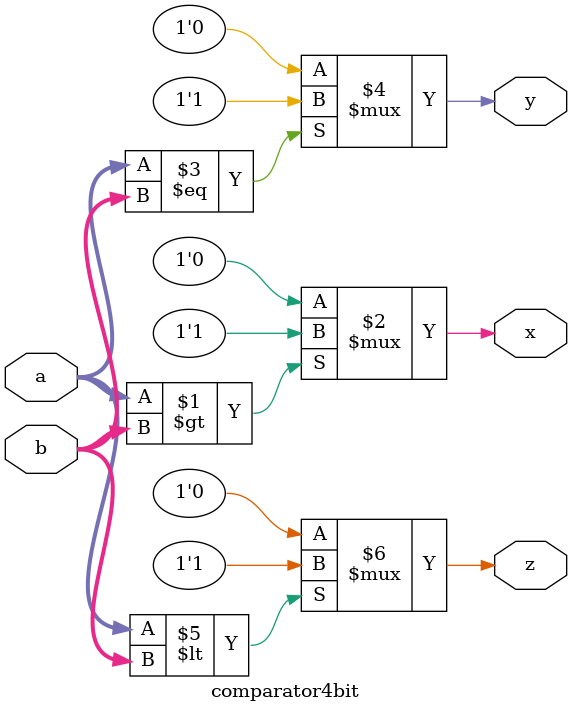
<source format=v>
module comparator4bit(a,b,x,y,z);

input [3:0] a,b;
output x,y,z;
wire x,y,z;

assign x=(a>b)?1'b1:1'b0;
assign y=(a==b)?1'b1:1'b0;
assign z=(a<b)?1'b1:1'b0;

endmodule

</source>
